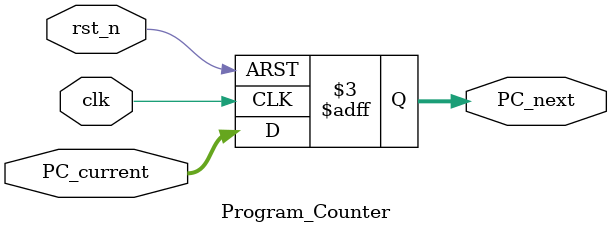
<source format=v>
module Program_Counter (PC_current,clk,rst_n,PC_next);
input clk , rst_n;
input [31:0] PC_current;
output reg  [31:0] PC_next ;

always @(posedge clk , negedge rst_n) begin
    if(~ rst_n)begin
      PC_next <=0;
    end
    else
        PC_next <= PC_current;
end

endmodule
</source>
